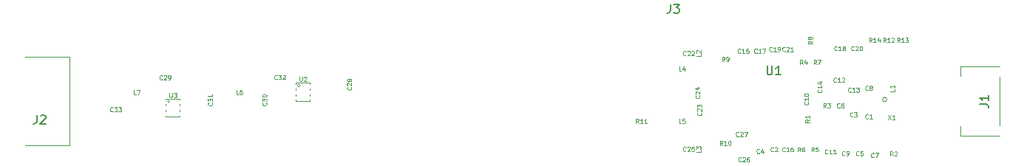
<source format=gbr>
%TF.GenerationSoftware,KiCad,Pcbnew,(5.1.6)-1*%
%TF.CreationDate,2022-03-29T15:59:44+02:00*%
%TF.ProjectId,MW_generator,4d575f67-656e-4657-9261-746f722e6b69,rev?*%
%TF.SameCoordinates,Original*%
%TF.FileFunction,Legend,Top*%
%TF.FilePolarity,Positive*%
%FSLAX46Y46*%
G04 Gerber Fmt 4.6, Leading zero omitted, Abs format (unit mm)*
G04 Created by KiCad (PCBNEW (5.1.6)-1) date 2022-03-29 15:59:44*
%MOMM*%
%LPD*%
G01*
G04 APERTURE LIST*
%ADD10C,0.120000*%
%ADD11C,0.100000*%
%ADD12C,0.150000*%
G04 APERTURE END LIST*
D10*
%TO.C,J1*%
X207150000Y-106000000D02*
X207150000Y-107100000D01*
X207150000Y-106000000D02*
X211600000Y-106000000D01*
X211600000Y-112800000D02*
X211600000Y-107200000D01*
X207150000Y-112900000D02*
X207150000Y-114000000D01*
X207150000Y-114000000D02*
X211600000Y-114000000D01*
%TO.C,X1*%
X198700000Y-109800000D02*
G75*
G03*
X198700000Y-109800000I-250000J0D01*
G01*
D11*
%TO.C,U3*%
X116150000Y-109700000D02*
X117750000Y-109700000D01*
X116150000Y-111800000D02*
X117750000Y-111800000D01*
X116150000Y-111800000D02*
X116150000Y-111650000D01*
X116150000Y-111150000D02*
X116150000Y-111000000D01*
X116150000Y-110500000D02*
X116150000Y-110350000D01*
X116150000Y-109850000D02*
X116150000Y-109700000D01*
X117750000Y-109850000D02*
X117750000Y-109700000D01*
X117750000Y-110500000D02*
X117750000Y-110350000D01*
X117750000Y-111150000D02*
X117750000Y-111000000D01*
X117750000Y-111800000D02*
X117750000Y-111650000D01*
X116591421Y-110000000D02*
G75*
G03*
X116591421Y-110000000I-141421J0D01*
G01*
%TO.C,U2*%
X131050000Y-107900000D02*
X132650000Y-107900000D01*
X131050000Y-110000000D02*
X132650000Y-110000000D01*
X131050000Y-110000000D02*
X131050000Y-109850000D01*
X131050000Y-109350000D02*
X131050000Y-109200000D01*
X131050000Y-108700000D02*
X131050000Y-108550000D01*
X131050000Y-108050000D02*
X131050000Y-107900000D01*
X132650000Y-108050000D02*
X132650000Y-107900000D01*
X132650000Y-108700000D02*
X132650000Y-108550000D01*
X132650000Y-109350000D02*
X132650000Y-109200000D01*
X132650000Y-110000000D02*
X132650000Y-109850000D01*
X131491421Y-108200000D02*
G75*
G03*
X131491421Y-108200000I-141421J0D01*
G01*
D10*
%TO.C,J2*%
X100000000Y-104900000D02*
X105100000Y-104900000D01*
X105100000Y-104900000D02*
X105100000Y-115100000D01*
X105100000Y-115100000D02*
X100000000Y-115100000D01*
%TO.C,R11*%
D11*
X170278571Y-112526190D02*
X170111904Y-112288095D01*
X169992857Y-112526190D02*
X169992857Y-112026190D01*
X170183333Y-112026190D01*
X170230952Y-112050000D01*
X170254761Y-112073809D01*
X170278571Y-112121428D01*
X170278571Y-112192857D01*
X170254761Y-112240476D01*
X170230952Y-112264285D01*
X170183333Y-112288095D01*
X169992857Y-112288095D01*
X170754761Y-112526190D02*
X170469047Y-112526190D01*
X170611904Y-112526190D02*
X170611904Y-112026190D01*
X170564285Y-112097619D01*
X170516666Y-112145238D01*
X170469047Y-112169047D01*
X171230952Y-112526190D02*
X170945238Y-112526190D01*
X171088095Y-112526190D02*
X171088095Y-112026190D01*
X171040476Y-112097619D01*
X170992857Y-112145238D01*
X170945238Y-112169047D01*
%TO.C,L5*%
X175166666Y-112526190D02*
X174928571Y-112526190D01*
X174928571Y-112026190D01*
X175571428Y-112026190D02*
X175333333Y-112026190D01*
X175309523Y-112264285D01*
X175333333Y-112240476D01*
X175380952Y-112216666D01*
X175500000Y-112216666D01*
X175547619Y-112240476D01*
X175571428Y-112264285D01*
X175595238Y-112311904D01*
X175595238Y-112430952D01*
X175571428Y-112478571D01*
X175547619Y-112502380D01*
X175500000Y-112526190D01*
X175380952Y-112526190D01*
X175333333Y-112502380D01*
X175309523Y-112478571D01*
%TO.C,L4*%
X175166666Y-106526190D02*
X174928571Y-106526190D01*
X174928571Y-106026190D01*
X175547619Y-106192857D02*
X175547619Y-106526190D01*
X175428571Y-106002380D02*
X175309523Y-106359523D01*
X175619047Y-106359523D01*
%TO.C,L2*%
X177376190Y-104583333D02*
X177376190Y-104821428D01*
X176876190Y-104821428D01*
X176923809Y-104440476D02*
X176900000Y-104416666D01*
X176876190Y-104369047D01*
X176876190Y-104250000D01*
X176900000Y-104202380D01*
X176923809Y-104178571D01*
X176971428Y-104154761D01*
X177019047Y-104154761D01*
X177090476Y-104178571D01*
X177376190Y-104464285D01*
X177376190Y-104154761D01*
%TO.C,L3*%
X177376190Y-115583333D02*
X177376190Y-115821428D01*
X176876190Y-115821428D01*
X176876190Y-115464285D02*
X176876190Y-115154761D01*
X177066666Y-115321428D01*
X177066666Y-115250000D01*
X177090476Y-115202380D01*
X177114285Y-115178571D01*
X177161904Y-115154761D01*
X177280952Y-115154761D01*
X177328571Y-115178571D01*
X177352380Y-115202380D01*
X177376190Y-115250000D01*
X177376190Y-115392857D01*
X177352380Y-115440476D01*
X177328571Y-115464285D01*
%TO.C,J1*%
D12*
X209352380Y-110333333D02*
X210066666Y-110333333D01*
X210209523Y-110380952D01*
X210304761Y-110476190D01*
X210352380Y-110619047D01*
X210352380Y-110714285D01*
X210352380Y-109333333D02*
X210352380Y-109904761D01*
X210352380Y-109619047D02*
X209352380Y-109619047D01*
X209495238Y-109714285D01*
X209590476Y-109809523D01*
X209638095Y-109904761D01*
%TO.C,X1*%
D11*
X198845238Y-111576190D02*
X199178571Y-112076190D01*
X199178571Y-111576190D02*
X198845238Y-112076190D01*
X199630952Y-112076190D02*
X199345238Y-112076190D01*
X199488095Y-112076190D02*
X199488095Y-111576190D01*
X199440476Y-111647619D01*
X199392857Y-111695238D01*
X199345238Y-111719047D01*
%TO.C,C24*%
X177228571Y-109321428D02*
X177252380Y-109345238D01*
X177276190Y-109416666D01*
X177276190Y-109464285D01*
X177252380Y-109535714D01*
X177204761Y-109583333D01*
X177157142Y-109607142D01*
X177061904Y-109630952D01*
X176990476Y-109630952D01*
X176895238Y-109607142D01*
X176847619Y-109583333D01*
X176800000Y-109535714D01*
X176776190Y-109464285D01*
X176776190Y-109416666D01*
X176800000Y-109345238D01*
X176823809Y-109321428D01*
X176823809Y-109130952D02*
X176800000Y-109107142D01*
X176776190Y-109059523D01*
X176776190Y-108940476D01*
X176800000Y-108892857D01*
X176823809Y-108869047D01*
X176871428Y-108845238D01*
X176919047Y-108845238D01*
X176990476Y-108869047D01*
X177276190Y-109154761D01*
X177276190Y-108845238D01*
X176942857Y-108416666D02*
X177276190Y-108416666D01*
X176752380Y-108535714D02*
X177109523Y-108654761D01*
X177109523Y-108345238D01*
%TO.C,C23*%
X177428571Y-111321428D02*
X177452380Y-111345238D01*
X177476190Y-111416666D01*
X177476190Y-111464285D01*
X177452380Y-111535714D01*
X177404761Y-111583333D01*
X177357142Y-111607142D01*
X177261904Y-111630952D01*
X177190476Y-111630952D01*
X177095238Y-111607142D01*
X177047619Y-111583333D01*
X177000000Y-111535714D01*
X176976190Y-111464285D01*
X176976190Y-111416666D01*
X177000000Y-111345238D01*
X177023809Y-111321428D01*
X177023809Y-111130952D02*
X177000000Y-111107142D01*
X176976190Y-111059523D01*
X176976190Y-110940476D01*
X177000000Y-110892857D01*
X177023809Y-110869047D01*
X177071428Y-110845238D01*
X177119047Y-110845238D01*
X177190476Y-110869047D01*
X177476190Y-111154761D01*
X177476190Y-110845238D01*
X176976190Y-110678571D02*
X176976190Y-110369047D01*
X177166666Y-110535714D01*
X177166666Y-110464285D01*
X177190476Y-110416666D01*
X177214285Y-110392857D01*
X177261904Y-110369047D01*
X177380952Y-110369047D01*
X177428571Y-110392857D01*
X177452380Y-110416666D01*
X177476190Y-110464285D01*
X177476190Y-110607142D01*
X177452380Y-110654761D01*
X177428571Y-110678571D01*
%TO.C,J3*%
D12*
X173916666Y-98877380D02*
X173916666Y-99591666D01*
X173869047Y-99734523D01*
X173773809Y-99829761D01*
X173630952Y-99877380D01*
X173535714Y-99877380D01*
X174297619Y-98877380D02*
X174916666Y-98877380D01*
X174583333Y-99258333D01*
X174726190Y-99258333D01*
X174821428Y-99305952D01*
X174869047Y-99353571D01*
X174916666Y-99448809D01*
X174916666Y-99686904D01*
X174869047Y-99782142D01*
X174821428Y-99829761D01*
X174726190Y-99877380D01*
X174440476Y-99877380D01*
X174345238Y-99829761D01*
X174297619Y-99782142D01*
%TO.C,C32*%
D11*
X128878571Y-107428571D02*
X128854761Y-107452380D01*
X128783333Y-107476190D01*
X128735714Y-107476190D01*
X128664285Y-107452380D01*
X128616666Y-107404761D01*
X128592857Y-107357142D01*
X128569047Y-107261904D01*
X128569047Y-107190476D01*
X128592857Y-107095238D01*
X128616666Y-107047619D01*
X128664285Y-107000000D01*
X128735714Y-106976190D01*
X128783333Y-106976190D01*
X128854761Y-107000000D01*
X128878571Y-107023809D01*
X129045238Y-106976190D02*
X129354761Y-106976190D01*
X129188095Y-107166666D01*
X129259523Y-107166666D01*
X129307142Y-107190476D01*
X129330952Y-107214285D01*
X129354761Y-107261904D01*
X129354761Y-107380952D01*
X129330952Y-107428571D01*
X129307142Y-107452380D01*
X129259523Y-107476190D01*
X129116666Y-107476190D01*
X129069047Y-107452380D01*
X129045238Y-107428571D01*
X129545238Y-107023809D02*
X129569047Y-107000000D01*
X129616666Y-106976190D01*
X129735714Y-106976190D01*
X129783333Y-107000000D01*
X129807142Y-107023809D01*
X129830952Y-107071428D01*
X129830952Y-107119047D01*
X129807142Y-107190476D01*
X129521428Y-107476190D01*
X129830952Y-107476190D01*
%TO.C,C29*%
X115728571Y-107478571D02*
X115704761Y-107502380D01*
X115633333Y-107526190D01*
X115585714Y-107526190D01*
X115514285Y-107502380D01*
X115466666Y-107454761D01*
X115442857Y-107407142D01*
X115419047Y-107311904D01*
X115419047Y-107240476D01*
X115442857Y-107145238D01*
X115466666Y-107097619D01*
X115514285Y-107050000D01*
X115585714Y-107026190D01*
X115633333Y-107026190D01*
X115704761Y-107050000D01*
X115728571Y-107073809D01*
X115919047Y-107073809D02*
X115942857Y-107050000D01*
X115990476Y-107026190D01*
X116109523Y-107026190D01*
X116157142Y-107050000D01*
X116180952Y-107073809D01*
X116204761Y-107121428D01*
X116204761Y-107169047D01*
X116180952Y-107240476D01*
X115895238Y-107526190D01*
X116204761Y-107526190D01*
X116442857Y-107526190D02*
X116538095Y-107526190D01*
X116585714Y-107502380D01*
X116609523Y-107478571D01*
X116657142Y-107407142D01*
X116680952Y-107311904D01*
X116680952Y-107121428D01*
X116657142Y-107073809D01*
X116633333Y-107050000D01*
X116585714Y-107026190D01*
X116490476Y-107026190D01*
X116442857Y-107050000D01*
X116419047Y-107073809D01*
X116395238Y-107121428D01*
X116395238Y-107240476D01*
X116419047Y-107288095D01*
X116442857Y-107311904D01*
X116490476Y-107335714D01*
X116585714Y-107335714D01*
X116633333Y-107311904D01*
X116657142Y-107288095D01*
X116680952Y-107240476D01*
%TO.C,C27*%
X181728571Y-113978571D02*
X181704761Y-114002380D01*
X181633333Y-114026190D01*
X181585714Y-114026190D01*
X181514285Y-114002380D01*
X181466666Y-113954761D01*
X181442857Y-113907142D01*
X181419047Y-113811904D01*
X181419047Y-113740476D01*
X181442857Y-113645238D01*
X181466666Y-113597619D01*
X181514285Y-113550000D01*
X181585714Y-113526190D01*
X181633333Y-113526190D01*
X181704761Y-113550000D01*
X181728571Y-113573809D01*
X181919047Y-113573809D02*
X181942857Y-113550000D01*
X181990476Y-113526190D01*
X182109523Y-113526190D01*
X182157142Y-113550000D01*
X182180952Y-113573809D01*
X182204761Y-113621428D01*
X182204761Y-113669047D01*
X182180952Y-113740476D01*
X181895238Y-114026190D01*
X182204761Y-114026190D01*
X182371428Y-113526190D02*
X182704761Y-113526190D01*
X182490476Y-114026190D01*
%TO.C,C25*%
X175678571Y-115678571D02*
X175654761Y-115702380D01*
X175583333Y-115726190D01*
X175535714Y-115726190D01*
X175464285Y-115702380D01*
X175416666Y-115654761D01*
X175392857Y-115607142D01*
X175369047Y-115511904D01*
X175369047Y-115440476D01*
X175392857Y-115345238D01*
X175416666Y-115297619D01*
X175464285Y-115250000D01*
X175535714Y-115226190D01*
X175583333Y-115226190D01*
X175654761Y-115250000D01*
X175678571Y-115273809D01*
X175869047Y-115273809D02*
X175892857Y-115250000D01*
X175940476Y-115226190D01*
X176059523Y-115226190D01*
X176107142Y-115250000D01*
X176130952Y-115273809D01*
X176154761Y-115321428D01*
X176154761Y-115369047D01*
X176130952Y-115440476D01*
X175845238Y-115726190D01*
X176154761Y-115726190D01*
X176607142Y-115226190D02*
X176369047Y-115226190D01*
X176345238Y-115464285D01*
X176369047Y-115440476D01*
X176416666Y-115416666D01*
X176535714Y-115416666D01*
X176583333Y-115440476D01*
X176607142Y-115464285D01*
X176630952Y-115511904D01*
X176630952Y-115630952D01*
X176607142Y-115678571D01*
X176583333Y-115702380D01*
X176535714Y-115726190D01*
X176416666Y-115726190D01*
X176369047Y-115702380D01*
X176345238Y-115678571D01*
%TO.C,C22*%
X175678571Y-104678571D02*
X175654761Y-104702380D01*
X175583333Y-104726190D01*
X175535714Y-104726190D01*
X175464285Y-104702380D01*
X175416666Y-104654761D01*
X175392857Y-104607142D01*
X175369047Y-104511904D01*
X175369047Y-104440476D01*
X175392857Y-104345238D01*
X175416666Y-104297619D01*
X175464285Y-104250000D01*
X175535714Y-104226190D01*
X175583333Y-104226190D01*
X175654761Y-104250000D01*
X175678571Y-104273809D01*
X175869047Y-104273809D02*
X175892857Y-104250000D01*
X175940476Y-104226190D01*
X176059523Y-104226190D01*
X176107142Y-104250000D01*
X176130952Y-104273809D01*
X176154761Y-104321428D01*
X176154761Y-104369047D01*
X176130952Y-104440476D01*
X175845238Y-104726190D01*
X176154761Y-104726190D01*
X176345238Y-104273809D02*
X176369047Y-104250000D01*
X176416666Y-104226190D01*
X176535714Y-104226190D01*
X176583333Y-104250000D01*
X176607142Y-104273809D01*
X176630952Y-104321428D01*
X176630952Y-104369047D01*
X176607142Y-104440476D01*
X176321428Y-104726190D01*
X176630952Y-104726190D01*
%TO.C,C21*%
X187028571Y-104228571D02*
X187004761Y-104252380D01*
X186933333Y-104276190D01*
X186885714Y-104276190D01*
X186814285Y-104252380D01*
X186766666Y-104204761D01*
X186742857Y-104157142D01*
X186719047Y-104061904D01*
X186719047Y-103990476D01*
X186742857Y-103895238D01*
X186766666Y-103847619D01*
X186814285Y-103800000D01*
X186885714Y-103776190D01*
X186933333Y-103776190D01*
X187004761Y-103800000D01*
X187028571Y-103823809D01*
X187219047Y-103823809D02*
X187242857Y-103800000D01*
X187290476Y-103776190D01*
X187409523Y-103776190D01*
X187457142Y-103800000D01*
X187480952Y-103823809D01*
X187504761Y-103871428D01*
X187504761Y-103919047D01*
X187480952Y-103990476D01*
X187195238Y-104276190D01*
X187504761Y-104276190D01*
X187980952Y-104276190D02*
X187695238Y-104276190D01*
X187838095Y-104276190D02*
X187838095Y-103776190D01*
X187790476Y-103847619D01*
X187742857Y-103895238D01*
X187695238Y-103919047D01*
%TO.C,C19*%
X185528571Y-104228571D02*
X185504761Y-104252380D01*
X185433333Y-104276190D01*
X185385714Y-104276190D01*
X185314285Y-104252380D01*
X185266666Y-104204761D01*
X185242857Y-104157142D01*
X185219047Y-104061904D01*
X185219047Y-103990476D01*
X185242857Y-103895238D01*
X185266666Y-103847619D01*
X185314285Y-103800000D01*
X185385714Y-103776190D01*
X185433333Y-103776190D01*
X185504761Y-103800000D01*
X185528571Y-103823809D01*
X186004761Y-104276190D02*
X185719047Y-104276190D01*
X185861904Y-104276190D02*
X185861904Y-103776190D01*
X185814285Y-103847619D01*
X185766666Y-103895238D01*
X185719047Y-103919047D01*
X186242857Y-104276190D02*
X186338095Y-104276190D01*
X186385714Y-104252380D01*
X186409523Y-104228571D01*
X186457142Y-104157142D01*
X186480952Y-104061904D01*
X186480952Y-103871428D01*
X186457142Y-103823809D01*
X186433333Y-103800000D01*
X186385714Y-103776190D01*
X186290476Y-103776190D01*
X186242857Y-103800000D01*
X186219047Y-103823809D01*
X186195238Y-103871428D01*
X186195238Y-103990476D01*
X186219047Y-104038095D01*
X186242857Y-104061904D01*
X186290476Y-104085714D01*
X186385714Y-104085714D01*
X186433333Y-104061904D01*
X186457142Y-104038095D01*
X186480952Y-103990476D01*
%TO.C,C16*%
X187028571Y-115728571D02*
X187004761Y-115752380D01*
X186933333Y-115776190D01*
X186885714Y-115776190D01*
X186814285Y-115752380D01*
X186766666Y-115704761D01*
X186742857Y-115657142D01*
X186719047Y-115561904D01*
X186719047Y-115490476D01*
X186742857Y-115395238D01*
X186766666Y-115347619D01*
X186814285Y-115300000D01*
X186885714Y-115276190D01*
X186933333Y-115276190D01*
X187004761Y-115300000D01*
X187028571Y-115323809D01*
X187504761Y-115776190D02*
X187219047Y-115776190D01*
X187361904Y-115776190D02*
X187361904Y-115276190D01*
X187314285Y-115347619D01*
X187266666Y-115395238D01*
X187219047Y-115419047D01*
X187933333Y-115276190D02*
X187838095Y-115276190D01*
X187790476Y-115300000D01*
X187766666Y-115323809D01*
X187719047Y-115395238D01*
X187695238Y-115490476D01*
X187695238Y-115680952D01*
X187719047Y-115728571D01*
X187742857Y-115752380D01*
X187790476Y-115776190D01*
X187885714Y-115776190D01*
X187933333Y-115752380D01*
X187957142Y-115728571D01*
X187980952Y-115680952D01*
X187980952Y-115561904D01*
X187957142Y-115514285D01*
X187933333Y-115490476D01*
X187885714Y-115466666D01*
X187790476Y-115466666D01*
X187742857Y-115490476D01*
X187719047Y-115514285D01*
X187695238Y-115561904D01*
%TO.C,C14*%
X191203571Y-108671428D02*
X191227380Y-108695238D01*
X191251190Y-108766666D01*
X191251190Y-108814285D01*
X191227380Y-108885714D01*
X191179761Y-108933333D01*
X191132142Y-108957142D01*
X191036904Y-108980952D01*
X190965476Y-108980952D01*
X190870238Y-108957142D01*
X190822619Y-108933333D01*
X190775000Y-108885714D01*
X190751190Y-108814285D01*
X190751190Y-108766666D01*
X190775000Y-108695238D01*
X190798809Y-108671428D01*
X191251190Y-108195238D02*
X191251190Y-108480952D01*
X191251190Y-108338095D02*
X190751190Y-108338095D01*
X190822619Y-108385714D01*
X190870238Y-108433333D01*
X190894047Y-108480952D01*
X190917857Y-107766666D02*
X191251190Y-107766666D01*
X190727380Y-107885714D02*
X191084523Y-108004761D01*
X191084523Y-107695238D01*
%TO.C,C13*%
X194578571Y-108878571D02*
X194554761Y-108902380D01*
X194483333Y-108926190D01*
X194435714Y-108926190D01*
X194364285Y-108902380D01*
X194316666Y-108854761D01*
X194292857Y-108807142D01*
X194269047Y-108711904D01*
X194269047Y-108640476D01*
X194292857Y-108545238D01*
X194316666Y-108497619D01*
X194364285Y-108450000D01*
X194435714Y-108426190D01*
X194483333Y-108426190D01*
X194554761Y-108450000D01*
X194578571Y-108473809D01*
X195054761Y-108926190D02*
X194769047Y-108926190D01*
X194911904Y-108926190D02*
X194911904Y-108426190D01*
X194864285Y-108497619D01*
X194816666Y-108545238D01*
X194769047Y-108569047D01*
X195221428Y-108426190D02*
X195530952Y-108426190D01*
X195364285Y-108616666D01*
X195435714Y-108616666D01*
X195483333Y-108640476D01*
X195507142Y-108664285D01*
X195530952Y-108711904D01*
X195530952Y-108830952D01*
X195507142Y-108878571D01*
X195483333Y-108902380D01*
X195435714Y-108926190D01*
X195292857Y-108926190D01*
X195245238Y-108902380D01*
X195221428Y-108878571D01*
%TO.C,C10*%
X189678571Y-110071428D02*
X189702380Y-110095238D01*
X189726190Y-110166666D01*
X189726190Y-110214285D01*
X189702380Y-110285714D01*
X189654761Y-110333333D01*
X189607142Y-110357142D01*
X189511904Y-110380952D01*
X189440476Y-110380952D01*
X189345238Y-110357142D01*
X189297619Y-110333333D01*
X189250000Y-110285714D01*
X189226190Y-110214285D01*
X189226190Y-110166666D01*
X189250000Y-110095238D01*
X189273809Y-110071428D01*
X189726190Y-109595238D02*
X189726190Y-109880952D01*
X189726190Y-109738095D02*
X189226190Y-109738095D01*
X189297619Y-109785714D01*
X189345238Y-109833333D01*
X189369047Y-109880952D01*
X189226190Y-109285714D02*
X189226190Y-109238095D01*
X189250000Y-109190476D01*
X189273809Y-109166666D01*
X189321428Y-109142857D01*
X189416666Y-109119047D01*
X189535714Y-109119047D01*
X189630952Y-109142857D01*
X189678571Y-109166666D01*
X189702380Y-109190476D01*
X189726190Y-109238095D01*
X189726190Y-109285714D01*
X189702380Y-109333333D01*
X189678571Y-109357142D01*
X189630952Y-109380952D01*
X189535714Y-109404761D01*
X189416666Y-109404761D01*
X189321428Y-109380952D01*
X189273809Y-109357142D01*
X189250000Y-109333333D01*
X189226190Y-109285714D01*
%TO.C,C9*%
X193866666Y-116178571D02*
X193842857Y-116202380D01*
X193771428Y-116226190D01*
X193723809Y-116226190D01*
X193652380Y-116202380D01*
X193604761Y-116154761D01*
X193580952Y-116107142D01*
X193557142Y-116011904D01*
X193557142Y-115940476D01*
X193580952Y-115845238D01*
X193604761Y-115797619D01*
X193652380Y-115750000D01*
X193723809Y-115726190D01*
X193771428Y-115726190D01*
X193842857Y-115750000D01*
X193866666Y-115773809D01*
X194104761Y-116226190D02*
X194200000Y-116226190D01*
X194247619Y-116202380D01*
X194271428Y-116178571D01*
X194319047Y-116107142D01*
X194342857Y-116011904D01*
X194342857Y-115821428D01*
X194319047Y-115773809D01*
X194295238Y-115750000D01*
X194247619Y-115726190D01*
X194152380Y-115726190D01*
X194104761Y-115750000D01*
X194080952Y-115773809D01*
X194057142Y-115821428D01*
X194057142Y-115940476D01*
X194080952Y-115988095D01*
X194104761Y-116011904D01*
X194152380Y-116035714D01*
X194247619Y-116035714D01*
X194295238Y-116011904D01*
X194319047Y-115988095D01*
X194342857Y-115940476D01*
%TO.C,C6*%
X193316666Y-110678571D02*
X193292857Y-110702380D01*
X193221428Y-110726190D01*
X193173809Y-110726190D01*
X193102380Y-110702380D01*
X193054761Y-110654761D01*
X193030952Y-110607142D01*
X193007142Y-110511904D01*
X193007142Y-110440476D01*
X193030952Y-110345238D01*
X193054761Y-110297619D01*
X193102380Y-110250000D01*
X193173809Y-110226190D01*
X193221428Y-110226190D01*
X193292857Y-110250000D01*
X193316666Y-110273809D01*
X193745238Y-110226190D02*
X193650000Y-110226190D01*
X193602380Y-110250000D01*
X193578571Y-110273809D01*
X193530952Y-110345238D01*
X193507142Y-110440476D01*
X193507142Y-110630952D01*
X193530952Y-110678571D01*
X193554761Y-110702380D01*
X193602380Y-110726190D01*
X193697619Y-110726190D01*
X193745238Y-110702380D01*
X193769047Y-110678571D01*
X193792857Y-110630952D01*
X193792857Y-110511904D01*
X193769047Y-110464285D01*
X193745238Y-110440476D01*
X193697619Y-110416666D01*
X193602380Y-110416666D01*
X193554761Y-110440476D01*
X193530952Y-110464285D01*
X193507142Y-110511904D01*
%TO.C,C5*%
X195466666Y-116178571D02*
X195442857Y-116202380D01*
X195371428Y-116226190D01*
X195323809Y-116226190D01*
X195252380Y-116202380D01*
X195204761Y-116154761D01*
X195180952Y-116107142D01*
X195157142Y-116011904D01*
X195157142Y-115940476D01*
X195180952Y-115845238D01*
X195204761Y-115797619D01*
X195252380Y-115750000D01*
X195323809Y-115726190D01*
X195371428Y-115726190D01*
X195442857Y-115750000D01*
X195466666Y-115773809D01*
X195919047Y-115726190D02*
X195680952Y-115726190D01*
X195657142Y-115964285D01*
X195680952Y-115940476D01*
X195728571Y-115916666D01*
X195847619Y-115916666D01*
X195895238Y-115940476D01*
X195919047Y-115964285D01*
X195942857Y-116011904D01*
X195942857Y-116130952D01*
X195919047Y-116178571D01*
X195895238Y-116202380D01*
X195847619Y-116226190D01*
X195728571Y-116226190D01*
X195680952Y-116202380D01*
X195657142Y-116178571D01*
%TO.C,C3*%
X194791666Y-111728571D02*
X194767857Y-111752380D01*
X194696428Y-111776190D01*
X194648809Y-111776190D01*
X194577380Y-111752380D01*
X194529761Y-111704761D01*
X194505952Y-111657142D01*
X194482142Y-111561904D01*
X194482142Y-111490476D01*
X194505952Y-111395238D01*
X194529761Y-111347619D01*
X194577380Y-111300000D01*
X194648809Y-111276190D01*
X194696428Y-111276190D01*
X194767857Y-111300000D01*
X194791666Y-111323809D01*
X194958333Y-111276190D02*
X195267857Y-111276190D01*
X195101190Y-111466666D01*
X195172619Y-111466666D01*
X195220238Y-111490476D01*
X195244047Y-111514285D01*
X195267857Y-111561904D01*
X195267857Y-111680952D01*
X195244047Y-111728571D01*
X195220238Y-111752380D01*
X195172619Y-111776190D01*
X195029761Y-111776190D01*
X194982142Y-111752380D01*
X194958333Y-111728571D01*
%TO.C,C2*%
X185716666Y-115728571D02*
X185692857Y-115752380D01*
X185621428Y-115776190D01*
X185573809Y-115776190D01*
X185502380Y-115752380D01*
X185454761Y-115704761D01*
X185430952Y-115657142D01*
X185407142Y-115561904D01*
X185407142Y-115490476D01*
X185430952Y-115395238D01*
X185454761Y-115347619D01*
X185502380Y-115300000D01*
X185573809Y-115276190D01*
X185621428Y-115276190D01*
X185692857Y-115300000D01*
X185716666Y-115323809D01*
X185907142Y-115323809D02*
X185930952Y-115300000D01*
X185978571Y-115276190D01*
X186097619Y-115276190D01*
X186145238Y-115300000D01*
X186169047Y-115323809D01*
X186192857Y-115371428D01*
X186192857Y-115419047D01*
X186169047Y-115490476D01*
X185883333Y-115776190D01*
X186192857Y-115776190D01*
%TO.C,U3*%
X116569047Y-109026190D02*
X116569047Y-109430952D01*
X116592857Y-109478571D01*
X116616666Y-109502380D01*
X116664285Y-109526190D01*
X116759523Y-109526190D01*
X116807142Y-109502380D01*
X116830952Y-109478571D01*
X116854761Y-109430952D01*
X116854761Y-109026190D01*
X117045238Y-109026190D02*
X117354761Y-109026190D01*
X117188095Y-109216666D01*
X117259523Y-109216666D01*
X117307142Y-109240476D01*
X117330952Y-109264285D01*
X117354761Y-109311904D01*
X117354761Y-109430952D01*
X117330952Y-109478571D01*
X117307142Y-109502380D01*
X117259523Y-109526190D01*
X117116666Y-109526190D01*
X117069047Y-109502380D01*
X117045238Y-109478571D01*
%TO.C,U2*%
X131469047Y-107226190D02*
X131469047Y-107630952D01*
X131492857Y-107678571D01*
X131516666Y-107702380D01*
X131564285Y-107726190D01*
X131659523Y-107726190D01*
X131707142Y-107702380D01*
X131730952Y-107678571D01*
X131754761Y-107630952D01*
X131754761Y-107226190D01*
X131969047Y-107273809D02*
X131992857Y-107250000D01*
X132040476Y-107226190D01*
X132159523Y-107226190D01*
X132207142Y-107250000D01*
X132230952Y-107273809D01*
X132254761Y-107321428D01*
X132254761Y-107369047D01*
X132230952Y-107440476D01*
X131945238Y-107726190D01*
X132254761Y-107726190D01*
%TO.C,L6*%
X124466666Y-109176190D02*
X124228571Y-109176190D01*
X124228571Y-108676190D01*
X124847619Y-108676190D02*
X124752380Y-108676190D01*
X124704761Y-108700000D01*
X124680952Y-108723809D01*
X124633333Y-108795238D01*
X124609523Y-108890476D01*
X124609523Y-109080952D01*
X124633333Y-109128571D01*
X124657142Y-109152380D01*
X124704761Y-109176190D01*
X124800000Y-109176190D01*
X124847619Y-109152380D01*
X124871428Y-109128571D01*
X124895238Y-109080952D01*
X124895238Y-108961904D01*
X124871428Y-108914285D01*
X124847619Y-108890476D01*
X124800000Y-108866666D01*
X124704761Y-108866666D01*
X124657142Y-108890476D01*
X124633333Y-108914285D01*
X124609523Y-108961904D01*
%TO.C,L7*%
X112716666Y-109176190D02*
X112478571Y-109176190D01*
X112478571Y-108676190D01*
X112835714Y-108676190D02*
X113169047Y-108676190D01*
X112954761Y-109176190D01*
%TO.C,C33*%
X110078571Y-111128571D02*
X110054761Y-111152380D01*
X109983333Y-111176190D01*
X109935714Y-111176190D01*
X109864285Y-111152380D01*
X109816666Y-111104761D01*
X109792857Y-111057142D01*
X109769047Y-110961904D01*
X109769047Y-110890476D01*
X109792857Y-110795238D01*
X109816666Y-110747619D01*
X109864285Y-110700000D01*
X109935714Y-110676190D01*
X109983333Y-110676190D01*
X110054761Y-110700000D01*
X110078571Y-110723809D01*
X110245238Y-110676190D02*
X110554761Y-110676190D01*
X110388095Y-110866666D01*
X110459523Y-110866666D01*
X110507142Y-110890476D01*
X110530952Y-110914285D01*
X110554761Y-110961904D01*
X110554761Y-111080952D01*
X110530952Y-111128571D01*
X110507142Y-111152380D01*
X110459523Y-111176190D01*
X110316666Y-111176190D01*
X110269047Y-111152380D01*
X110245238Y-111128571D01*
X110721428Y-110676190D02*
X111030952Y-110676190D01*
X110864285Y-110866666D01*
X110935714Y-110866666D01*
X110983333Y-110890476D01*
X111007142Y-110914285D01*
X111030952Y-110961904D01*
X111030952Y-111080952D01*
X111007142Y-111128571D01*
X110983333Y-111152380D01*
X110935714Y-111176190D01*
X110792857Y-111176190D01*
X110745238Y-111152380D01*
X110721428Y-111128571D01*
%TO.C,C31*%
X121428571Y-110171428D02*
X121452380Y-110195238D01*
X121476190Y-110266666D01*
X121476190Y-110314285D01*
X121452380Y-110385714D01*
X121404761Y-110433333D01*
X121357142Y-110457142D01*
X121261904Y-110480952D01*
X121190476Y-110480952D01*
X121095238Y-110457142D01*
X121047619Y-110433333D01*
X121000000Y-110385714D01*
X120976190Y-110314285D01*
X120976190Y-110266666D01*
X121000000Y-110195238D01*
X121023809Y-110171428D01*
X120976190Y-110004761D02*
X120976190Y-109695238D01*
X121166666Y-109861904D01*
X121166666Y-109790476D01*
X121190476Y-109742857D01*
X121214285Y-109719047D01*
X121261904Y-109695238D01*
X121380952Y-109695238D01*
X121428571Y-109719047D01*
X121452380Y-109742857D01*
X121476190Y-109790476D01*
X121476190Y-109933333D01*
X121452380Y-109980952D01*
X121428571Y-110004761D01*
X121476190Y-109219047D02*
X121476190Y-109504761D01*
X121476190Y-109361904D02*
X120976190Y-109361904D01*
X121047619Y-109409523D01*
X121095238Y-109457142D01*
X121119047Y-109504761D01*
%TO.C,C30*%
X127628571Y-110171428D02*
X127652380Y-110195238D01*
X127676190Y-110266666D01*
X127676190Y-110314285D01*
X127652380Y-110385714D01*
X127604761Y-110433333D01*
X127557142Y-110457142D01*
X127461904Y-110480952D01*
X127390476Y-110480952D01*
X127295238Y-110457142D01*
X127247619Y-110433333D01*
X127200000Y-110385714D01*
X127176190Y-110314285D01*
X127176190Y-110266666D01*
X127200000Y-110195238D01*
X127223809Y-110171428D01*
X127176190Y-110004761D02*
X127176190Y-109695238D01*
X127366666Y-109861904D01*
X127366666Y-109790476D01*
X127390476Y-109742857D01*
X127414285Y-109719047D01*
X127461904Y-109695238D01*
X127580952Y-109695238D01*
X127628571Y-109719047D01*
X127652380Y-109742857D01*
X127676190Y-109790476D01*
X127676190Y-109933333D01*
X127652380Y-109980952D01*
X127628571Y-110004761D01*
X127176190Y-109385714D02*
X127176190Y-109338095D01*
X127200000Y-109290476D01*
X127223809Y-109266666D01*
X127271428Y-109242857D01*
X127366666Y-109219047D01*
X127485714Y-109219047D01*
X127580952Y-109242857D01*
X127628571Y-109266666D01*
X127652380Y-109290476D01*
X127676190Y-109338095D01*
X127676190Y-109385714D01*
X127652380Y-109433333D01*
X127628571Y-109457142D01*
X127580952Y-109480952D01*
X127485714Y-109504761D01*
X127366666Y-109504761D01*
X127271428Y-109480952D01*
X127223809Y-109457142D01*
X127200000Y-109433333D01*
X127176190Y-109385714D01*
%TO.C,C28*%
X137328571Y-108371428D02*
X137352380Y-108395238D01*
X137376190Y-108466666D01*
X137376190Y-108514285D01*
X137352380Y-108585714D01*
X137304761Y-108633333D01*
X137257142Y-108657142D01*
X137161904Y-108680952D01*
X137090476Y-108680952D01*
X136995238Y-108657142D01*
X136947619Y-108633333D01*
X136900000Y-108585714D01*
X136876190Y-108514285D01*
X136876190Y-108466666D01*
X136900000Y-108395238D01*
X136923809Y-108371428D01*
X136923809Y-108180952D02*
X136900000Y-108157142D01*
X136876190Y-108109523D01*
X136876190Y-107990476D01*
X136900000Y-107942857D01*
X136923809Y-107919047D01*
X136971428Y-107895238D01*
X137019047Y-107895238D01*
X137090476Y-107919047D01*
X137376190Y-108204761D01*
X137376190Y-107895238D01*
X137090476Y-107609523D02*
X137066666Y-107657142D01*
X137042857Y-107680952D01*
X136995238Y-107704761D01*
X136971428Y-107704761D01*
X136923809Y-107680952D01*
X136900000Y-107657142D01*
X136876190Y-107609523D01*
X136876190Y-107514285D01*
X136900000Y-107466666D01*
X136923809Y-107442857D01*
X136971428Y-107419047D01*
X136995238Y-107419047D01*
X137042857Y-107442857D01*
X137066666Y-107466666D01*
X137090476Y-107514285D01*
X137090476Y-107609523D01*
X137114285Y-107657142D01*
X137138095Y-107680952D01*
X137185714Y-107704761D01*
X137280952Y-107704761D01*
X137328571Y-107680952D01*
X137352380Y-107657142D01*
X137376190Y-107609523D01*
X137376190Y-107514285D01*
X137352380Y-107466666D01*
X137328571Y-107442857D01*
X137280952Y-107419047D01*
X137185714Y-107419047D01*
X137138095Y-107442857D01*
X137114285Y-107466666D01*
X137090476Y-107514285D01*
%TO.C,U1*%
D12*
X184988095Y-105952380D02*
X184988095Y-106761904D01*
X185035714Y-106857142D01*
X185083333Y-106904761D01*
X185178571Y-106952380D01*
X185369047Y-106952380D01*
X185464285Y-106904761D01*
X185511904Y-106857142D01*
X185559523Y-106761904D01*
X185559523Y-105952380D01*
X186559523Y-106952380D02*
X185988095Y-106952380D01*
X186273809Y-106952380D02*
X186273809Y-105952380D01*
X186178571Y-106095238D01*
X186083333Y-106190476D01*
X185988095Y-106238095D01*
%TO.C,R14*%
D11*
X196978571Y-103226190D02*
X196811904Y-102988095D01*
X196692857Y-103226190D02*
X196692857Y-102726190D01*
X196883333Y-102726190D01*
X196930952Y-102750000D01*
X196954761Y-102773809D01*
X196978571Y-102821428D01*
X196978571Y-102892857D01*
X196954761Y-102940476D01*
X196930952Y-102964285D01*
X196883333Y-102988095D01*
X196692857Y-102988095D01*
X197454761Y-103226190D02*
X197169047Y-103226190D01*
X197311904Y-103226190D02*
X197311904Y-102726190D01*
X197264285Y-102797619D01*
X197216666Y-102845238D01*
X197169047Y-102869047D01*
X197883333Y-102892857D02*
X197883333Y-103226190D01*
X197764285Y-102702380D02*
X197645238Y-103059523D01*
X197954761Y-103059523D01*
%TO.C,R13*%
X200178571Y-103226190D02*
X200011904Y-102988095D01*
X199892857Y-103226190D02*
X199892857Y-102726190D01*
X200083333Y-102726190D01*
X200130952Y-102750000D01*
X200154761Y-102773809D01*
X200178571Y-102821428D01*
X200178571Y-102892857D01*
X200154761Y-102940476D01*
X200130952Y-102964285D01*
X200083333Y-102988095D01*
X199892857Y-102988095D01*
X200654761Y-103226190D02*
X200369047Y-103226190D01*
X200511904Y-103226190D02*
X200511904Y-102726190D01*
X200464285Y-102797619D01*
X200416666Y-102845238D01*
X200369047Y-102869047D01*
X200821428Y-102726190D02*
X201130952Y-102726190D01*
X200964285Y-102916666D01*
X201035714Y-102916666D01*
X201083333Y-102940476D01*
X201107142Y-102964285D01*
X201130952Y-103011904D01*
X201130952Y-103130952D01*
X201107142Y-103178571D01*
X201083333Y-103202380D01*
X201035714Y-103226190D01*
X200892857Y-103226190D01*
X200845238Y-103202380D01*
X200821428Y-103178571D01*
%TO.C,R12*%
X198578571Y-103226190D02*
X198411904Y-102988095D01*
X198292857Y-103226190D02*
X198292857Y-102726190D01*
X198483333Y-102726190D01*
X198530952Y-102750000D01*
X198554761Y-102773809D01*
X198578571Y-102821428D01*
X198578571Y-102892857D01*
X198554761Y-102940476D01*
X198530952Y-102964285D01*
X198483333Y-102988095D01*
X198292857Y-102988095D01*
X199054761Y-103226190D02*
X198769047Y-103226190D01*
X198911904Y-103226190D02*
X198911904Y-102726190D01*
X198864285Y-102797619D01*
X198816666Y-102845238D01*
X198769047Y-102869047D01*
X199245238Y-102773809D02*
X199269047Y-102750000D01*
X199316666Y-102726190D01*
X199435714Y-102726190D01*
X199483333Y-102750000D01*
X199507142Y-102773809D01*
X199530952Y-102821428D01*
X199530952Y-102869047D01*
X199507142Y-102940476D01*
X199221428Y-103226190D01*
X199530952Y-103226190D01*
%TO.C,R10*%
X179878571Y-115026190D02*
X179711904Y-114788095D01*
X179592857Y-115026190D02*
X179592857Y-114526190D01*
X179783333Y-114526190D01*
X179830952Y-114550000D01*
X179854761Y-114573809D01*
X179878571Y-114621428D01*
X179878571Y-114692857D01*
X179854761Y-114740476D01*
X179830952Y-114764285D01*
X179783333Y-114788095D01*
X179592857Y-114788095D01*
X180354761Y-115026190D02*
X180069047Y-115026190D01*
X180211904Y-115026190D02*
X180211904Y-114526190D01*
X180164285Y-114597619D01*
X180116666Y-114645238D01*
X180069047Y-114669047D01*
X180664285Y-114526190D02*
X180711904Y-114526190D01*
X180759523Y-114550000D01*
X180783333Y-114573809D01*
X180807142Y-114621428D01*
X180830952Y-114716666D01*
X180830952Y-114835714D01*
X180807142Y-114930952D01*
X180783333Y-114978571D01*
X180759523Y-115002380D01*
X180711904Y-115026190D01*
X180664285Y-115026190D01*
X180616666Y-115002380D01*
X180592857Y-114978571D01*
X180569047Y-114930952D01*
X180545238Y-114835714D01*
X180545238Y-114716666D01*
X180569047Y-114621428D01*
X180592857Y-114573809D01*
X180616666Y-114550000D01*
X180664285Y-114526190D01*
%TO.C,R9*%
X180116666Y-105426190D02*
X179950000Y-105188095D01*
X179830952Y-105426190D02*
X179830952Y-104926190D01*
X180021428Y-104926190D01*
X180069047Y-104950000D01*
X180092857Y-104973809D01*
X180116666Y-105021428D01*
X180116666Y-105092857D01*
X180092857Y-105140476D01*
X180069047Y-105164285D01*
X180021428Y-105188095D01*
X179830952Y-105188095D01*
X180354761Y-105426190D02*
X180450000Y-105426190D01*
X180497619Y-105402380D01*
X180521428Y-105378571D01*
X180569047Y-105307142D01*
X180592857Y-105211904D01*
X180592857Y-105021428D01*
X180569047Y-104973809D01*
X180545238Y-104950000D01*
X180497619Y-104926190D01*
X180402380Y-104926190D01*
X180354761Y-104950000D01*
X180330952Y-104973809D01*
X180307142Y-105021428D01*
X180307142Y-105140476D01*
X180330952Y-105188095D01*
X180354761Y-105211904D01*
X180402380Y-105235714D01*
X180497619Y-105235714D01*
X180545238Y-105211904D01*
X180569047Y-105188095D01*
X180592857Y-105140476D01*
%TO.C,R8*%
X190176190Y-103083333D02*
X189938095Y-103250000D01*
X190176190Y-103369047D02*
X189676190Y-103369047D01*
X189676190Y-103178571D01*
X189700000Y-103130952D01*
X189723809Y-103107142D01*
X189771428Y-103083333D01*
X189842857Y-103083333D01*
X189890476Y-103107142D01*
X189914285Y-103130952D01*
X189938095Y-103178571D01*
X189938095Y-103369047D01*
X189890476Y-102797619D02*
X189866666Y-102845238D01*
X189842857Y-102869047D01*
X189795238Y-102892857D01*
X189771428Y-102892857D01*
X189723809Y-102869047D01*
X189700000Y-102845238D01*
X189676190Y-102797619D01*
X189676190Y-102702380D01*
X189700000Y-102654761D01*
X189723809Y-102630952D01*
X189771428Y-102607142D01*
X189795238Y-102607142D01*
X189842857Y-102630952D01*
X189866666Y-102654761D01*
X189890476Y-102702380D01*
X189890476Y-102797619D01*
X189914285Y-102845238D01*
X189938095Y-102869047D01*
X189985714Y-102892857D01*
X190080952Y-102892857D01*
X190128571Y-102869047D01*
X190152380Y-102845238D01*
X190176190Y-102797619D01*
X190176190Y-102702380D01*
X190152380Y-102654761D01*
X190128571Y-102630952D01*
X190080952Y-102607142D01*
X189985714Y-102607142D01*
X189938095Y-102630952D01*
X189914285Y-102654761D01*
X189890476Y-102702380D01*
%TO.C,R7*%
X190616666Y-105776190D02*
X190450000Y-105538095D01*
X190330952Y-105776190D02*
X190330952Y-105276190D01*
X190521428Y-105276190D01*
X190569047Y-105300000D01*
X190592857Y-105323809D01*
X190616666Y-105371428D01*
X190616666Y-105442857D01*
X190592857Y-105490476D01*
X190569047Y-105514285D01*
X190521428Y-105538095D01*
X190330952Y-105538095D01*
X190783333Y-105276190D02*
X191116666Y-105276190D01*
X190902380Y-105776190D01*
%TO.C,R6*%
X188816666Y-115776190D02*
X188650000Y-115538095D01*
X188530952Y-115776190D02*
X188530952Y-115276190D01*
X188721428Y-115276190D01*
X188769047Y-115300000D01*
X188792857Y-115323809D01*
X188816666Y-115371428D01*
X188816666Y-115442857D01*
X188792857Y-115490476D01*
X188769047Y-115514285D01*
X188721428Y-115538095D01*
X188530952Y-115538095D01*
X189245238Y-115276190D02*
X189150000Y-115276190D01*
X189102380Y-115300000D01*
X189078571Y-115323809D01*
X189030952Y-115395238D01*
X189007142Y-115490476D01*
X189007142Y-115680952D01*
X189030952Y-115728571D01*
X189054761Y-115752380D01*
X189102380Y-115776190D01*
X189197619Y-115776190D01*
X189245238Y-115752380D01*
X189269047Y-115728571D01*
X189292857Y-115680952D01*
X189292857Y-115561904D01*
X189269047Y-115514285D01*
X189245238Y-115490476D01*
X189197619Y-115466666D01*
X189102380Y-115466666D01*
X189054761Y-115490476D01*
X189030952Y-115514285D01*
X189007142Y-115561904D01*
%TO.C,R5*%
X190366666Y-115776190D02*
X190200000Y-115538095D01*
X190080952Y-115776190D02*
X190080952Y-115276190D01*
X190271428Y-115276190D01*
X190319047Y-115300000D01*
X190342857Y-115323809D01*
X190366666Y-115371428D01*
X190366666Y-115442857D01*
X190342857Y-115490476D01*
X190319047Y-115514285D01*
X190271428Y-115538095D01*
X190080952Y-115538095D01*
X190819047Y-115276190D02*
X190580952Y-115276190D01*
X190557142Y-115514285D01*
X190580952Y-115490476D01*
X190628571Y-115466666D01*
X190747619Y-115466666D01*
X190795238Y-115490476D01*
X190819047Y-115514285D01*
X190842857Y-115561904D01*
X190842857Y-115680952D01*
X190819047Y-115728571D01*
X190795238Y-115752380D01*
X190747619Y-115776190D01*
X190628571Y-115776190D01*
X190580952Y-115752380D01*
X190557142Y-115728571D01*
%TO.C,R4*%
X189066666Y-105776190D02*
X188900000Y-105538095D01*
X188780952Y-105776190D02*
X188780952Y-105276190D01*
X188971428Y-105276190D01*
X189019047Y-105300000D01*
X189042857Y-105323809D01*
X189066666Y-105371428D01*
X189066666Y-105442857D01*
X189042857Y-105490476D01*
X189019047Y-105514285D01*
X188971428Y-105538095D01*
X188780952Y-105538095D01*
X189495238Y-105442857D02*
X189495238Y-105776190D01*
X189376190Y-105252380D02*
X189257142Y-105609523D01*
X189566666Y-105609523D01*
%TO.C,R3*%
X191741666Y-110726190D02*
X191575000Y-110488095D01*
X191455952Y-110726190D02*
X191455952Y-110226190D01*
X191646428Y-110226190D01*
X191694047Y-110250000D01*
X191717857Y-110273809D01*
X191741666Y-110321428D01*
X191741666Y-110392857D01*
X191717857Y-110440476D01*
X191694047Y-110464285D01*
X191646428Y-110488095D01*
X191455952Y-110488095D01*
X191908333Y-110226190D02*
X192217857Y-110226190D01*
X192051190Y-110416666D01*
X192122619Y-110416666D01*
X192170238Y-110440476D01*
X192194047Y-110464285D01*
X192217857Y-110511904D01*
X192217857Y-110630952D01*
X192194047Y-110678571D01*
X192170238Y-110702380D01*
X192122619Y-110726190D01*
X191979761Y-110726190D01*
X191932142Y-110702380D01*
X191908333Y-110678571D01*
%TO.C,R2*%
X199391666Y-116276190D02*
X199225000Y-116038095D01*
X199105952Y-116276190D02*
X199105952Y-115776190D01*
X199296428Y-115776190D01*
X199344047Y-115800000D01*
X199367857Y-115823809D01*
X199391666Y-115871428D01*
X199391666Y-115942857D01*
X199367857Y-115990476D01*
X199344047Y-116014285D01*
X199296428Y-116038095D01*
X199105952Y-116038095D01*
X199582142Y-115823809D02*
X199605952Y-115800000D01*
X199653571Y-115776190D01*
X199772619Y-115776190D01*
X199820238Y-115800000D01*
X199844047Y-115823809D01*
X199867857Y-115871428D01*
X199867857Y-115919047D01*
X199844047Y-115990476D01*
X199558333Y-116276190D01*
X199867857Y-116276190D01*
%TO.C,R1*%
X189851190Y-112108333D02*
X189613095Y-112275000D01*
X189851190Y-112394047D02*
X189351190Y-112394047D01*
X189351190Y-112203571D01*
X189375000Y-112155952D01*
X189398809Y-112132142D01*
X189446428Y-112108333D01*
X189517857Y-112108333D01*
X189565476Y-112132142D01*
X189589285Y-112155952D01*
X189613095Y-112203571D01*
X189613095Y-112394047D01*
X189851190Y-111632142D02*
X189851190Y-111917857D01*
X189851190Y-111775000D02*
X189351190Y-111775000D01*
X189422619Y-111822619D01*
X189470238Y-111870238D01*
X189494047Y-111917857D01*
%TO.C,L1*%
X199551190Y-108608333D02*
X199551190Y-108846428D01*
X199051190Y-108846428D01*
X199551190Y-108179761D02*
X199551190Y-108465476D01*
X199551190Y-108322619D02*
X199051190Y-108322619D01*
X199122619Y-108370238D01*
X199170238Y-108417857D01*
X199194047Y-108465476D01*
%TO.C,J2*%
D12*
X101366666Y-111602380D02*
X101366666Y-112316666D01*
X101319047Y-112459523D01*
X101223809Y-112554761D01*
X101080952Y-112602380D01*
X100985714Y-112602380D01*
X101795238Y-111697619D02*
X101842857Y-111650000D01*
X101938095Y-111602380D01*
X102176190Y-111602380D01*
X102271428Y-111650000D01*
X102319047Y-111697619D01*
X102366666Y-111792857D01*
X102366666Y-111888095D01*
X102319047Y-112030952D01*
X101747619Y-112602380D01*
X102366666Y-112602380D01*
%TO.C,C26*%
D11*
X182003571Y-116878571D02*
X181979761Y-116902380D01*
X181908333Y-116926190D01*
X181860714Y-116926190D01*
X181789285Y-116902380D01*
X181741666Y-116854761D01*
X181717857Y-116807142D01*
X181694047Y-116711904D01*
X181694047Y-116640476D01*
X181717857Y-116545238D01*
X181741666Y-116497619D01*
X181789285Y-116450000D01*
X181860714Y-116426190D01*
X181908333Y-116426190D01*
X181979761Y-116450000D01*
X182003571Y-116473809D01*
X182194047Y-116473809D02*
X182217857Y-116450000D01*
X182265476Y-116426190D01*
X182384523Y-116426190D01*
X182432142Y-116450000D01*
X182455952Y-116473809D01*
X182479761Y-116521428D01*
X182479761Y-116569047D01*
X182455952Y-116640476D01*
X182170238Y-116926190D01*
X182479761Y-116926190D01*
X182908333Y-116426190D02*
X182813095Y-116426190D01*
X182765476Y-116450000D01*
X182741666Y-116473809D01*
X182694047Y-116545238D01*
X182670238Y-116640476D01*
X182670238Y-116830952D01*
X182694047Y-116878571D01*
X182717857Y-116902380D01*
X182765476Y-116926190D01*
X182860714Y-116926190D01*
X182908333Y-116902380D01*
X182932142Y-116878571D01*
X182955952Y-116830952D01*
X182955952Y-116711904D01*
X182932142Y-116664285D01*
X182908333Y-116640476D01*
X182860714Y-116616666D01*
X182765476Y-116616666D01*
X182717857Y-116640476D01*
X182694047Y-116664285D01*
X182670238Y-116711904D01*
%TO.C,C20*%
X194928571Y-104128571D02*
X194904761Y-104152380D01*
X194833333Y-104176190D01*
X194785714Y-104176190D01*
X194714285Y-104152380D01*
X194666666Y-104104761D01*
X194642857Y-104057142D01*
X194619047Y-103961904D01*
X194619047Y-103890476D01*
X194642857Y-103795238D01*
X194666666Y-103747619D01*
X194714285Y-103700000D01*
X194785714Y-103676190D01*
X194833333Y-103676190D01*
X194904761Y-103700000D01*
X194928571Y-103723809D01*
X195119047Y-103723809D02*
X195142857Y-103700000D01*
X195190476Y-103676190D01*
X195309523Y-103676190D01*
X195357142Y-103700000D01*
X195380952Y-103723809D01*
X195404761Y-103771428D01*
X195404761Y-103819047D01*
X195380952Y-103890476D01*
X195095238Y-104176190D01*
X195404761Y-104176190D01*
X195714285Y-103676190D02*
X195761904Y-103676190D01*
X195809523Y-103700000D01*
X195833333Y-103723809D01*
X195857142Y-103771428D01*
X195880952Y-103866666D01*
X195880952Y-103985714D01*
X195857142Y-104080952D01*
X195833333Y-104128571D01*
X195809523Y-104152380D01*
X195761904Y-104176190D01*
X195714285Y-104176190D01*
X195666666Y-104152380D01*
X195642857Y-104128571D01*
X195619047Y-104080952D01*
X195595238Y-103985714D01*
X195595238Y-103866666D01*
X195619047Y-103771428D01*
X195642857Y-103723809D01*
X195666666Y-103700000D01*
X195714285Y-103676190D01*
%TO.C,C18*%
X192978571Y-104128571D02*
X192954761Y-104152380D01*
X192883333Y-104176190D01*
X192835714Y-104176190D01*
X192764285Y-104152380D01*
X192716666Y-104104761D01*
X192692857Y-104057142D01*
X192669047Y-103961904D01*
X192669047Y-103890476D01*
X192692857Y-103795238D01*
X192716666Y-103747619D01*
X192764285Y-103700000D01*
X192835714Y-103676190D01*
X192883333Y-103676190D01*
X192954761Y-103700000D01*
X192978571Y-103723809D01*
X193454761Y-104176190D02*
X193169047Y-104176190D01*
X193311904Y-104176190D02*
X193311904Y-103676190D01*
X193264285Y-103747619D01*
X193216666Y-103795238D01*
X193169047Y-103819047D01*
X193740476Y-103890476D02*
X193692857Y-103866666D01*
X193669047Y-103842857D01*
X193645238Y-103795238D01*
X193645238Y-103771428D01*
X193669047Y-103723809D01*
X193692857Y-103700000D01*
X193740476Y-103676190D01*
X193835714Y-103676190D01*
X193883333Y-103700000D01*
X193907142Y-103723809D01*
X193930952Y-103771428D01*
X193930952Y-103795238D01*
X193907142Y-103842857D01*
X193883333Y-103866666D01*
X193835714Y-103890476D01*
X193740476Y-103890476D01*
X193692857Y-103914285D01*
X193669047Y-103938095D01*
X193645238Y-103985714D01*
X193645238Y-104080952D01*
X193669047Y-104128571D01*
X193692857Y-104152380D01*
X193740476Y-104176190D01*
X193835714Y-104176190D01*
X193883333Y-104152380D01*
X193907142Y-104128571D01*
X193930952Y-104080952D01*
X193930952Y-103985714D01*
X193907142Y-103938095D01*
X193883333Y-103914285D01*
X193835714Y-103890476D01*
%TO.C,C17*%
X183828571Y-104428571D02*
X183804761Y-104452380D01*
X183733333Y-104476190D01*
X183685714Y-104476190D01*
X183614285Y-104452380D01*
X183566666Y-104404761D01*
X183542857Y-104357142D01*
X183519047Y-104261904D01*
X183519047Y-104190476D01*
X183542857Y-104095238D01*
X183566666Y-104047619D01*
X183614285Y-104000000D01*
X183685714Y-103976190D01*
X183733333Y-103976190D01*
X183804761Y-104000000D01*
X183828571Y-104023809D01*
X184304761Y-104476190D02*
X184019047Y-104476190D01*
X184161904Y-104476190D02*
X184161904Y-103976190D01*
X184114285Y-104047619D01*
X184066666Y-104095238D01*
X184019047Y-104119047D01*
X184471428Y-103976190D02*
X184804761Y-103976190D01*
X184590476Y-104476190D01*
%TO.C,C15*%
X181928571Y-104428571D02*
X181904761Y-104452380D01*
X181833333Y-104476190D01*
X181785714Y-104476190D01*
X181714285Y-104452380D01*
X181666666Y-104404761D01*
X181642857Y-104357142D01*
X181619047Y-104261904D01*
X181619047Y-104190476D01*
X181642857Y-104095238D01*
X181666666Y-104047619D01*
X181714285Y-104000000D01*
X181785714Y-103976190D01*
X181833333Y-103976190D01*
X181904761Y-104000000D01*
X181928571Y-104023809D01*
X182404761Y-104476190D02*
X182119047Y-104476190D01*
X182261904Y-104476190D02*
X182261904Y-103976190D01*
X182214285Y-104047619D01*
X182166666Y-104095238D01*
X182119047Y-104119047D01*
X182857142Y-103976190D02*
X182619047Y-103976190D01*
X182595238Y-104214285D01*
X182619047Y-104190476D01*
X182666666Y-104166666D01*
X182785714Y-104166666D01*
X182833333Y-104190476D01*
X182857142Y-104214285D01*
X182880952Y-104261904D01*
X182880952Y-104380952D01*
X182857142Y-104428571D01*
X182833333Y-104452380D01*
X182785714Y-104476190D01*
X182666666Y-104476190D01*
X182619047Y-104452380D01*
X182595238Y-104428571D01*
%TO.C,C12*%
X192903571Y-107753571D02*
X192879761Y-107777380D01*
X192808333Y-107801190D01*
X192760714Y-107801190D01*
X192689285Y-107777380D01*
X192641666Y-107729761D01*
X192617857Y-107682142D01*
X192594047Y-107586904D01*
X192594047Y-107515476D01*
X192617857Y-107420238D01*
X192641666Y-107372619D01*
X192689285Y-107325000D01*
X192760714Y-107301190D01*
X192808333Y-107301190D01*
X192879761Y-107325000D01*
X192903571Y-107348809D01*
X193379761Y-107801190D02*
X193094047Y-107801190D01*
X193236904Y-107801190D02*
X193236904Y-107301190D01*
X193189285Y-107372619D01*
X193141666Y-107420238D01*
X193094047Y-107444047D01*
X193570238Y-107348809D02*
X193594047Y-107325000D01*
X193641666Y-107301190D01*
X193760714Y-107301190D01*
X193808333Y-107325000D01*
X193832142Y-107348809D01*
X193855952Y-107396428D01*
X193855952Y-107444047D01*
X193832142Y-107515476D01*
X193546428Y-107801190D01*
X193855952Y-107801190D01*
%TO.C,C11*%
X191928571Y-115978571D02*
X191904761Y-116002380D01*
X191833333Y-116026190D01*
X191785714Y-116026190D01*
X191714285Y-116002380D01*
X191666666Y-115954761D01*
X191642857Y-115907142D01*
X191619047Y-115811904D01*
X191619047Y-115740476D01*
X191642857Y-115645238D01*
X191666666Y-115597619D01*
X191714285Y-115550000D01*
X191785714Y-115526190D01*
X191833333Y-115526190D01*
X191904761Y-115550000D01*
X191928571Y-115573809D01*
X192404761Y-116026190D02*
X192119047Y-116026190D01*
X192261904Y-116026190D02*
X192261904Y-115526190D01*
X192214285Y-115597619D01*
X192166666Y-115645238D01*
X192119047Y-115669047D01*
X192880952Y-116026190D02*
X192595238Y-116026190D01*
X192738095Y-116026190D02*
X192738095Y-115526190D01*
X192690476Y-115597619D01*
X192642857Y-115645238D01*
X192595238Y-115669047D01*
%TO.C,C8*%
X196541666Y-108678571D02*
X196517857Y-108702380D01*
X196446428Y-108726190D01*
X196398809Y-108726190D01*
X196327380Y-108702380D01*
X196279761Y-108654761D01*
X196255952Y-108607142D01*
X196232142Y-108511904D01*
X196232142Y-108440476D01*
X196255952Y-108345238D01*
X196279761Y-108297619D01*
X196327380Y-108250000D01*
X196398809Y-108226190D01*
X196446428Y-108226190D01*
X196517857Y-108250000D01*
X196541666Y-108273809D01*
X196827380Y-108440476D02*
X196779761Y-108416666D01*
X196755952Y-108392857D01*
X196732142Y-108345238D01*
X196732142Y-108321428D01*
X196755952Y-108273809D01*
X196779761Y-108250000D01*
X196827380Y-108226190D01*
X196922619Y-108226190D01*
X196970238Y-108250000D01*
X196994047Y-108273809D01*
X197017857Y-108321428D01*
X197017857Y-108345238D01*
X196994047Y-108392857D01*
X196970238Y-108416666D01*
X196922619Y-108440476D01*
X196827380Y-108440476D01*
X196779761Y-108464285D01*
X196755952Y-108488095D01*
X196732142Y-108535714D01*
X196732142Y-108630952D01*
X196755952Y-108678571D01*
X196779761Y-108702380D01*
X196827380Y-108726190D01*
X196922619Y-108726190D01*
X196970238Y-108702380D01*
X196994047Y-108678571D01*
X197017857Y-108630952D01*
X197017857Y-108535714D01*
X196994047Y-108488095D01*
X196970238Y-108464285D01*
X196922619Y-108440476D01*
%TO.C,C7*%
X197191666Y-116378571D02*
X197167857Y-116402380D01*
X197096428Y-116426190D01*
X197048809Y-116426190D01*
X196977380Y-116402380D01*
X196929761Y-116354761D01*
X196905952Y-116307142D01*
X196882142Y-116211904D01*
X196882142Y-116140476D01*
X196905952Y-116045238D01*
X196929761Y-115997619D01*
X196977380Y-115950000D01*
X197048809Y-115926190D01*
X197096428Y-115926190D01*
X197167857Y-115950000D01*
X197191666Y-115973809D01*
X197358333Y-115926190D02*
X197691666Y-115926190D01*
X197477380Y-116426190D01*
%TO.C,C4*%
X184091666Y-115928571D02*
X184067857Y-115952380D01*
X183996428Y-115976190D01*
X183948809Y-115976190D01*
X183877380Y-115952380D01*
X183829761Y-115904761D01*
X183805952Y-115857142D01*
X183782142Y-115761904D01*
X183782142Y-115690476D01*
X183805952Y-115595238D01*
X183829761Y-115547619D01*
X183877380Y-115500000D01*
X183948809Y-115476190D01*
X183996428Y-115476190D01*
X184067857Y-115500000D01*
X184091666Y-115523809D01*
X184520238Y-115642857D02*
X184520238Y-115976190D01*
X184401190Y-115452380D02*
X184282142Y-115809523D01*
X184591666Y-115809523D01*
%TO.C,C1*%
X196541666Y-111928571D02*
X196517857Y-111952380D01*
X196446428Y-111976190D01*
X196398809Y-111976190D01*
X196327380Y-111952380D01*
X196279761Y-111904761D01*
X196255952Y-111857142D01*
X196232142Y-111761904D01*
X196232142Y-111690476D01*
X196255952Y-111595238D01*
X196279761Y-111547619D01*
X196327380Y-111500000D01*
X196398809Y-111476190D01*
X196446428Y-111476190D01*
X196517857Y-111500000D01*
X196541666Y-111523809D01*
X197017857Y-111976190D02*
X196732142Y-111976190D01*
X196875000Y-111976190D02*
X196875000Y-111476190D01*
X196827380Y-111547619D01*
X196779761Y-111595238D01*
X196732142Y-111619047D01*
%TD*%
M02*

</source>
